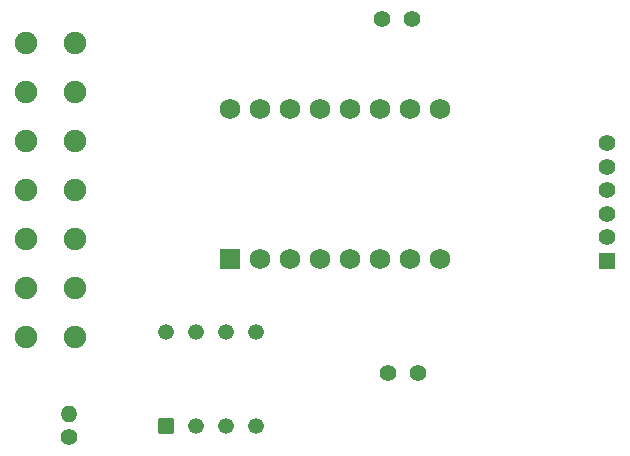
<source format=gbr>
%TF.GenerationSoftware,KiCad,Pcbnew,8.0.7*%
%TF.CreationDate,2025-02-17T19:38:04-05:00*%
%TF.ProjectId,peripheralBoard,70657269-7068-4657-9261-6c426f617264,rev?*%
%TF.SameCoordinates,Original*%
%TF.FileFunction,Soldermask,Bot*%
%TF.FilePolarity,Negative*%
%FSLAX46Y46*%
G04 Gerber Fmt 4.6, Leading zero omitted, Abs format (unit mm)*
G04 Created by KiCad (PCBNEW 8.0.7) date 2025-02-17 19:38:04*
%MOMM*%
%LPD*%
G01*
G04 APERTURE LIST*
G04 Aperture macros list*
%AMRoundRect*
0 Rectangle with rounded corners*
0 $1 Rounding radius*
0 $2 $3 $4 $5 $6 $7 $8 $9 X,Y pos of 4 corners*
0 Add a 4 corners polygon primitive as box body*
4,1,4,$2,$3,$4,$5,$6,$7,$8,$9,$2,$3,0*
0 Add four circle primitives for the rounded corners*
1,1,$1+$1,$2,$3*
1,1,$1+$1,$4,$5*
1,1,$1+$1,$6,$7*
1,1,$1+$1,$8,$9*
0 Add four rect primitives between the rounded corners*
20,1,$1+$1,$2,$3,$4,$5,0*
20,1,$1+$1,$4,$5,$6,$7,0*
20,1,$1+$1,$6,$7,$8,$9,0*
20,1,$1+$1,$8,$9,$2,$3,0*%
G04 Aperture macros list end*
%ADD10C,1.404000*%
%ADD11RoundRect,0.102000X0.600000X-0.600000X0.600000X0.600000X-0.600000X0.600000X-0.600000X-0.600000X0*%
%ADD12C,1.908000*%
%ADD13RoundRect,0.102000X0.565000X-0.565000X0.565000X0.565000X-0.565000X0.565000X-0.565000X-0.565000X0*%
%ADD14C,1.334000*%
%ADD15RoundRect,0.102000X0.765000X-0.765000X0.765000X0.765000X-0.765000X0.765000X-0.765000X-0.765000X0*%
%ADD16C,1.734000*%
%ADD17C,1.400000*%
%ADD18O,1.400000X1.400000*%
%ADD19C,1.422400*%
G04 APERTURE END LIST*
D10*
%TO.C,J3*%
X224050000Y-76012500D03*
X224050000Y-74012500D03*
X224050000Y-72012500D03*
X224050000Y-70012500D03*
X224050000Y-78012500D03*
D11*
X224050000Y-80012500D03*
%TD*%
D12*
%TO.C,J1*%
X174861602Y-61580002D03*
X174861602Y-65720001D03*
X174861602Y-69860001D03*
X174861602Y-74000000D03*
X174861602Y-78139999D03*
X174861602Y-82279999D03*
X174861602Y-86419998D03*
X179001599Y-61580002D03*
X179001599Y-65720001D03*
X179001599Y-69860001D03*
X179001599Y-74000000D03*
X179001599Y-78139999D03*
X179001599Y-82279999D03*
X179001599Y-86419998D03*
%TD*%
D13*
%TO.C,U2*%
X186690000Y-93970000D03*
D14*
X189230000Y-93970000D03*
X191770000Y-93970000D03*
X194310000Y-93970000D03*
X194310000Y-86030000D03*
X191770000Y-86030000D03*
X189230000Y-86030000D03*
X186690000Y-86030000D03*
%TD*%
D15*
%TO.C,U1*%
X192110000Y-79850000D03*
D16*
X194650000Y-79850000D03*
X197190000Y-79850000D03*
X199730000Y-79850000D03*
X202270000Y-79850000D03*
X204810000Y-79850000D03*
X207350000Y-79850000D03*
X209890000Y-79850000D03*
X209890000Y-67150000D03*
X207350000Y-67150000D03*
X204810000Y-67150000D03*
X202270000Y-67150000D03*
X199730000Y-67150000D03*
X197190000Y-67150000D03*
X194650000Y-67150000D03*
X192110000Y-67150000D03*
%TD*%
D17*
%TO.C,R1*%
X178500000Y-94900000D03*
D18*
X178500000Y-93000000D03*
%TD*%
D19*
%TO.C,J4*%
X208000000Y-89500000D03*
X205460000Y-89500000D03*
%TD*%
%TO.C,J2*%
X205000000Y-59500000D03*
X207540000Y-59500000D03*
%TD*%
M02*

</source>
